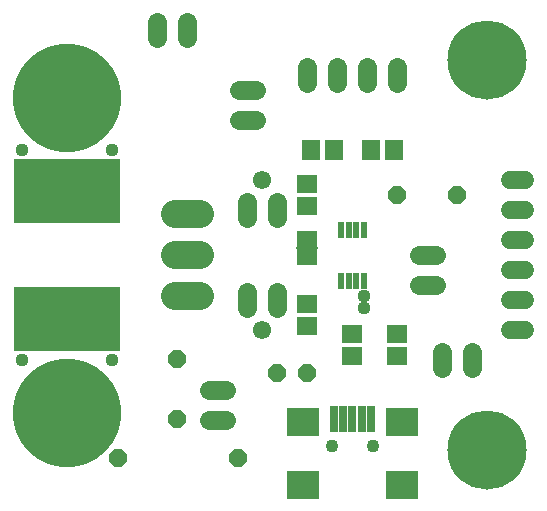
<source format=gts>
G75*
%MOIN*%
%OFA0B0*%
%FSLAX25Y25*%
%IPPOS*%
%LPD*%
%AMOC8*
5,1,8,0,0,1.08239X$1,22.5*
%
%ADD10R,0.06706X0.05918*%
%ADD11R,0.05918X0.06706*%
%ADD12C,0.06400*%
%ADD13R,0.02375X0.05524*%
%ADD14OC8,0.06000*%
%ADD15C,0.36233*%
%ADD16R,0.35249X0.21272*%
%ADD17R,0.10643X0.09461*%
%ADD18R,0.02769X0.08674*%
%ADD19C,0.04343*%
%ADD20C,0.09200*%
%ADD21R,0.07100X0.05400*%
%ADD22R,0.07200X0.00600*%
%ADD23C,0.06000*%
%ADD24C,0.04369*%
%ADD25C,0.26391*%
%ADD26C,0.06115*%
D10*
X0106937Y0065992D03*
X0106937Y0073472D03*
X0121937Y0063472D03*
X0121937Y0055992D03*
X0136937Y0055992D03*
X0136937Y0063472D03*
X0106937Y0105992D03*
X0106937Y0113472D03*
D11*
X0108197Y0124732D03*
X0115677Y0124732D03*
X0128197Y0124732D03*
X0135677Y0124732D03*
D12*
X0136937Y0146932D02*
X0136937Y0152532D01*
X0126937Y0152532D02*
X0126937Y0146932D01*
X0116937Y0146932D02*
X0116937Y0152532D01*
X0106937Y0152532D02*
X0106937Y0146932D01*
X0089737Y0144732D02*
X0084137Y0144732D01*
X0084137Y0134732D02*
X0089737Y0134732D01*
X0086937Y0107532D02*
X0086937Y0101932D01*
X0096937Y0101932D02*
X0096937Y0107532D01*
X0096937Y0077532D02*
X0096937Y0071932D01*
X0086937Y0071932D02*
X0086937Y0077532D01*
X0079737Y0044732D02*
X0074137Y0044732D01*
X0074137Y0034732D02*
X0079737Y0034732D01*
X0144137Y0079732D02*
X0149737Y0079732D01*
X0149737Y0089732D02*
X0144137Y0089732D01*
X0151937Y0057532D02*
X0151937Y0051932D01*
X0161937Y0051932D02*
X0161937Y0057532D01*
X0066937Y0161932D02*
X0066937Y0167532D01*
X0056937Y0167532D02*
X0056937Y0161932D01*
D13*
X0118098Y0098223D03*
X0120657Y0098223D03*
X0123217Y0098223D03*
X0125776Y0098223D03*
X0125776Y0081241D03*
X0123217Y0081241D03*
X0120657Y0081241D03*
X0118098Y0081241D03*
D14*
X0136937Y0109732D03*
X0156937Y0109732D03*
X0106789Y0050337D03*
X0096789Y0050337D03*
X0083834Y0022013D03*
X0063413Y0035211D03*
X0043834Y0022013D03*
X0063413Y0055211D03*
D15*
X0026937Y0037232D03*
X0026937Y0142232D03*
D16*
X0026937Y0110992D03*
X0026937Y0068472D03*
D17*
X0105406Y0034078D03*
X0105406Y0013211D03*
X0138477Y0013211D03*
X0138477Y0034078D03*
D18*
X0128241Y0035062D03*
X0125092Y0035062D03*
X0121942Y0035062D03*
X0118792Y0035062D03*
X0115643Y0035062D03*
D19*
X0115052Y0026204D03*
X0128832Y0026204D03*
D20*
X0071137Y0075952D02*
X0062737Y0075952D01*
X0062737Y0089732D02*
X0071137Y0089732D01*
X0071137Y0103511D02*
X0062737Y0103511D01*
D21*
X0106937Y0095232D03*
X0106937Y0089232D03*
D22*
X0106937Y0092232D03*
D23*
X0174337Y0094732D02*
X0179537Y0094732D01*
X0179537Y0104732D02*
X0174337Y0104732D01*
X0174337Y0114732D02*
X0179537Y0114732D01*
X0179537Y0084732D02*
X0174337Y0084732D01*
X0174337Y0074732D02*
X0179537Y0074732D01*
X0179537Y0064732D02*
X0174337Y0064732D01*
D24*
X0125776Y0071935D03*
X0125776Y0075935D03*
X0041937Y0059732D03*
X0041937Y0054732D03*
X0036937Y0059732D03*
X0031937Y0059732D03*
X0026937Y0059732D03*
X0021937Y0059732D03*
X0016937Y0059732D03*
X0011937Y0059732D03*
X0011937Y0054732D03*
X0011937Y0119732D03*
X0016937Y0119732D03*
X0021937Y0119732D03*
X0026937Y0119732D03*
X0031937Y0119732D03*
X0036937Y0119732D03*
X0041937Y0119732D03*
X0041937Y0124732D03*
X0011937Y0124732D03*
D25*
X0166937Y0154732D03*
X0166937Y0024732D03*
D26*
X0091937Y0064732D03*
X0091937Y0114732D03*
M02*

</source>
